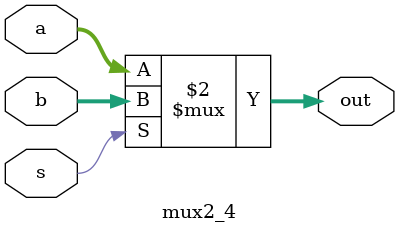
<source format=v>
module mux2_4(output wire [3:0] out, input wire [3:0] a, b, input wire s);

assign out = ( s == 0 )? a: b;

endmodule

</source>
